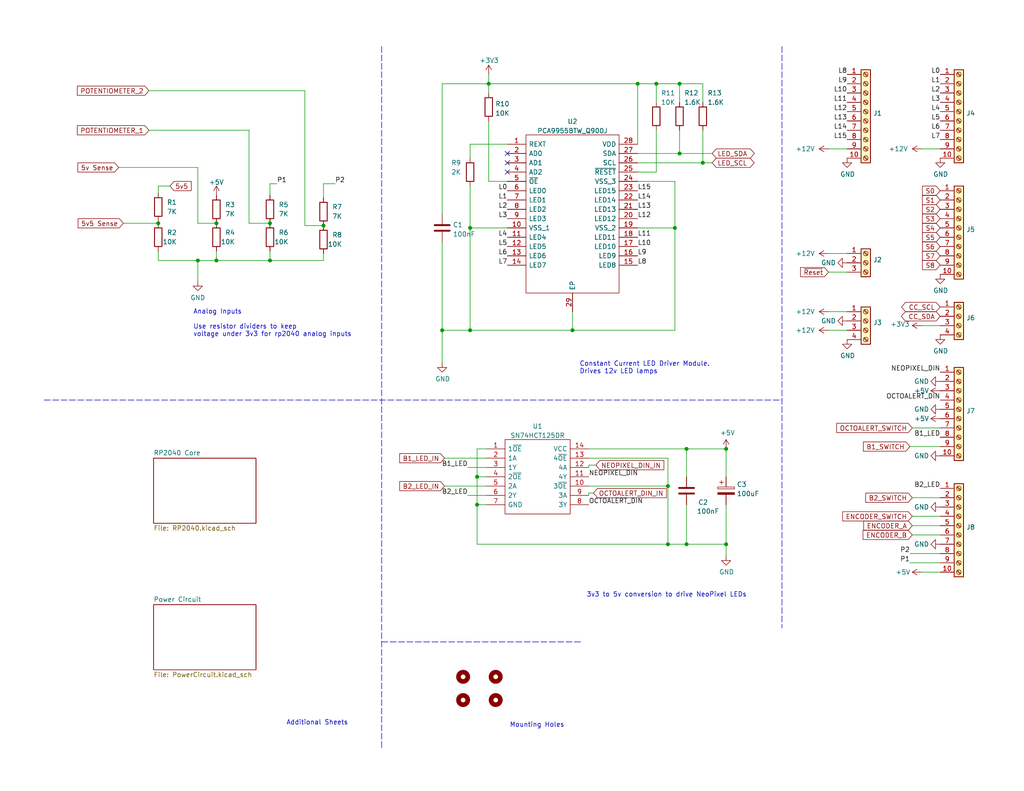
<source format=kicad_sch>
(kicad_sch (version 20211123) (generator eeschema)
  (paper "A")
  (title_block (title "GUP Control Board") (date "2022-08-08") (rev "v3"))
  (lib_symbols
    (symbol "Connector:Screw_Terminal_01x03" (pin_names (offset 1.016) hide)
      (property "Reference" "J" (at 0 5.08 0))
      (property "Value" "Screw_Terminal_01x03" (at 0 -5.08 0))
      (symbol "Screw_Terminal_01x03_1_1"
        (rectangle (start -1.27 3.81) (end 1.27 -3.81) (stroke (width 0.254)) (fill (type background)))
        (circle (center 0 -2.54) (radius 0.635) (stroke (width 0.1524)))
        (polyline (pts (xy -0.5334 -2.2098) (xy 0.3302 -3.048)) (stroke (width 0.1524)))
        (polyline (pts (xy -0.5334 0.3302) (xy 0.3302 -0.508)) (stroke (width 0.1524)))
        (polyline (pts (xy -0.5334 2.8702) (xy 0.3302 2.032)) (stroke (width 0.1524)))
        (polyline (pts (xy -0.3556 -2.032) (xy 0.508 -2.8702)) (stroke (width 0.1524)))
        (polyline (pts (xy -0.3556 0.508) (xy 0.508 -0.3302)) (stroke (width 0.1524)))
        (polyline (pts (xy -0.3556 3.048) (xy 0.508 2.2098)) (stroke (width 0.1524)))
        (circle (center 0 0) (radius 0.635) (stroke (width 0.1524)))
        (circle (center 0 2.54) (radius 0.635) (stroke (width 0.1524)))
        (pin passive line (at -5.08 2.54 0) (length 3.81) (name "Pin_1") (number "1"))
        (pin passive line (at -5.08 0 0) (length 3.81) (name "Pin_2") (number "2"))
        (pin passive line (at -5.08 -2.54 0) (length 3.81) (name "Pin_3") (number "3"))
      )
    )
    (symbol "Connector:Screw_Terminal_01x04" (pin_names (offset 1.016) hide)
      (property "Reference" "J" (at 0 5.08 0))
      (property "Value" "Screw_Terminal_01x04" (at 0 -7.62 0))
      (symbol "Screw_Terminal_01x04_1_1"
        (rectangle (start -1.27 3.81) (end 1.27 -6.35) (stroke (width 0.254)) (fill (type background)))
        (circle (center 0 -5.08) (radius 0.635) (stroke (width 0.1524)))
        (circle (center 0 -2.54) (radius 0.635) (stroke (width 0.1524)))
        (polyline (pts (xy -0.5334 -4.7498) (xy 0.3302 -5.588)) (stroke (width 0.1524)))
        (polyline (pts (xy -0.5334 -2.2098) (xy 0.3302 -3.048)) (stroke (width 0.1524)))
        (polyline (pts (xy -0.5334 0.3302) (xy 0.3302 -0.508)) (stroke (width 0.1524)))
        (polyline (pts (xy -0.5334 2.8702) (xy 0.3302 2.032)) (stroke (width 0.1524)))
        (polyline (pts (xy -0.3556 -4.572) (xy 0.508 -5.4102)) (stroke (width 0.1524)))
        (polyline (pts (xy -0.3556 -2.032) (xy 0.508 -2.8702)) (stroke (width 0.1524)))
        (polyline (pts (xy -0.3556 0.508) (xy 0.508 -0.3302)) (stroke (width 0.1524)))
        (polyline (pts (xy -0.3556 3.048) (xy 0.508 2.2098)) (stroke (width 0.1524)))
        (circle (center 0 0) (radius 0.635) (stroke (width 0.1524)))
        (circle (center 0 2.54) (radius 0.635) (stroke (width 0.1524)))
        (pin passive line (at -5.08 2.54 0) (length 3.81) (name "Pin_1") (number "1"))
        (pin passive line (at -5.08 0 0) (length 3.81) (name "Pin_2") (number "2"))
        (pin passive line (at -5.08 -2.54 0) (length 3.81) (name "Pin_3") (number "3"))
        (pin passive line (at -5.08 -5.08 0) (length 3.81) (name "Pin_4") (number "4"))
      )
    )
    (symbol "Connector:Screw_Terminal_01x10" (pin_names (offset 1.016) hide)
      (property "Reference" "J" (at 0 12.7 0))
      (property "Value" "Screw_Terminal_01x10" (at 0 -15.24 0))
      (symbol "Screw_Terminal_01x10_1_1"
        (rectangle (start -1.27 11.43) (end 1.27 -13.97) (stroke (width 0.254)) (fill (type background)))
        (circle (center 0 -12.7) (radius 0.635) (stroke (width 0.1524)))
        (circle (center 0 -10.16) (radius 0.635) (stroke (width 0.1524)))
        (circle (center 0 -7.62) (radius 0.635) (stroke (width 0.1524)))
        (circle (center 0 -5.08) (radius 0.635) (stroke (width 0.1524)))
        (circle (center 0 -2.54) (radius 0.635) (stroke (width 0.1524)))
        (polyline (pts (xy -0.5334 -12.3698) (xy 0.3302 -13.208)) (stroke (width 0.1524)))
        (polyline (pts (xy -0.5334 -9.8298) (xy 0.3302 -10.668)) (stroke (width 0.1524)))
        (polyline (pts (xy -0.5334 -7.2898) (xy 0.3302 -8.128)) (stroke (width 0.1524)))
        (polyline (pts (xy -0.5334 -4.7498) (xy 0.3302 -5.588)) (stroke (width 0.1524)))
        (polyline (pts (xy -0.5334 -2.2098) (xy 0.3302 -3.048)) (stroke (width 0.1524)))
        (polyline (pts (xy -0.5334 0.3302) (xy 0.3302 -0.508)) (stroke (width 0.1524)))
        (polyline (pts (xy -0.5334 2.8702) (xy 0.3302 2.032)) (stroke (width 0.1524)))
        (polyline (pts (xy -0.5334 5.4102) (xy 0.3302 4.572)) (stroke (width 0.1524)))
        (polyline (pts (xy -0.5334 7.9502) (xy 0.3302 7.112)) (stroke (width 0.1524)))
        (polyline (pts (xy -0.5334 10.4902) (xy 0.3302 9.652)) (stroke (width 0.1524)))
        (polyline (pts (xy -0.3556 -12.192) (xy 0.508 -13.0302)) (stroke (width 0.1524)))
        (polyline (pts (xy -0.3556 -9.652) (xy 0.508 -10.4902)) (stroke (width 0.1524)))
        (polyline (pts (xy -0.3556 -7.112) (xy 0.508 -7.9502)) (stroke (width 0.1524)))
        (polyline (pts (xy -0.3556 -4.572) (xy 0.508 -5.4102)) (stroke (width 0.1524)))
        (polyline (pts (xy -0.3556 -2.032) (xy 0.508 -2.8702)) (stroke (width 0.1524)))
        (polyline (pts (xy -0.3556 0.508) (xy 0.508 -0.3302)) (stroke (width 0.1524)))
        (polyline (pts (xy -0.3556 3.048) (xy 0.508 2.2098)) (stroke (width 0.1524)))
        (polyline (pts (xy -0.3556 5.588) (xy 0.508 4.7498)) (stroke (width 0.1524)))
        (polyline (pts (xy -0.3556 8.128) (xy 0.508 7.2898)) (stroke (width 0.1524)))
        (polyline (pts (xy -0.3556 10.668) (xy 0.508 9.8298)) (stroke (width 0.1524)))
        (circle (center 0 0) (radius 0.635) (stroke (width 0.1524)))
        (circle (center 0 2.54) (radius 0.635) (stroke (width 0.1524)))
        (circle (center 0 5.08) (radius 0.635) (stroke (width 0.1524)))
        (circle (center 0 7.62) (radius 0.635) (stroke (width 0.1524)))
        (circle (center 0 10.16) (radius 0.635) (stroke (width 0.1524)))
        (pin passive line (at -5.08 10.16 0) (length 3.81) (name "Pin_1") (number "1"))
        (pin passive line (at -5.08 -12.7 0) (length 3.81) (name "Pin_10") (number "10"))
        (pin passive line (at -5.08 7.62 0) (length 3.81) (name "Pin_2") (number "2"))
        (pin passive line (at -5.08 5.08 0) (length 3.81) (name "Pin_3") (number "3"))
        (pin passive line (at -5.08 2.54 0) (length 3.81) (name "Pin_4") (number "4"))
        (pin passive line (at -5.08 0 0) (length 3.81) (name "Pin_5") (number "5"))
        (pin passive line (at -5.08 -2.54 0) (length 3.81) (name "Pin_6") (number "6"))
        (pin passive line (at -5.08 -5.08 0) (length 3.81) (name "Pin_7") (number "7"))
        (pin passive line (at -5.08 -7.62 0) (length 3.81) (name "Pin_8") (number "8"))
        (pin passive line (at -5.08 -10.16 0) (length 3.81) (name "Pin_9") (number "9"))
      )
    )
    (symbol "Device:C" (pin_numbers hide) (pin_names (offset 0.254))
      (property "Reference" "C" (at 0.635 2.54 0))
      (property "Value" "C" (at 0.635 -2.54 0))
      (symbol "C_0_1"
        (polyline (pts (xy -2.032 -0.762) (xy 2.032 -0.762)) (stroke (width 0.508)))
        (polyline (pts (xy -2.032 0.762) (xy 2.032 0.762)) (stroke (width 0.508)))
      )
      (symbol "C_1_1"
        (pin passive line (at 0 3.81 270) (length 2.794) (name "~") (number "1"))
        (pin passive line (at 0 -3.81 90) (length 2.794) (name "~") (number "2"))
      )
    )
    (symbol "Device:C_Polarized" (pin_numbers hide) (pin_names (offset 0.254))
      (property "Reference" "C" (at 0.635 2.54 0))
      (property "Value" "C_Polarized" (at 0.635 -2.54 0))
      (symbol "C_Polarized_0_1"
        (rectangle (start -2.286 0.508) (end 2.286 1.016))
        (polyline (pts (xy -1.778 2.286) (xy -0.762 2.286)))
        (polyline (pts (xy -1.27 2.794) (xy -1.27 1.778)))
        (rectangle (start 2.286 -0.508) (end -2.286 -1.016) (fill (type outline)))
      )
      (symbol "C_Polarized_1_1"
        (pin passive line (at 0 3.81 270) (length 2.794) (name "~") (number "1"))
        (pin passive line (at 0 -3.81 90) (length 2.794) (name "~") (number "2"))
      )
    )
    (symbol "Device:R" (pin_numbers hide) (pin_names (offset 0))
      (property "Reference" "R" (at 2.032 0 90))
      (property "Value" "R" (at 0 0 90))
      (symbol "R_0_1"
        (rectangle (start -1.016 -2.54) (end 1.016 2.54) (stroke (width 0.254)))
      )
      (symbol "R_1_1"
        (pin passive line (at 0 3.81 270) (length 1.27) (name "~") (number "1"))
        (pin passive line (at 0 -3.81 90) (length 1.27) (name "~") (number "2"))
      )
    )
    (symbol "Mechanical:MountingHole" (pin_names (offset 1.016))
      (property "Reference" "H" (at 0 5.08 0))
      (property "Value" "MountingHole" (at 0 3.175 0))
      (symbol "MountingHole_0_1"
        (circle (center 0 0) (radius 1.27) (stroke (width 1.27)))
      )
    )
    (symbol "SamacSys_Parts:PCA9955BTW_Q900J" (pin_names (offset 0.762))
      (property "Reference" "IC" (at 31.75 7.62 0))
      (property "Value" "PCA9955BTW_Q900J" (at 31.75 5.08 0))
      (symbol "PCA9955BTW_Q900J_0_0"
        (pin passive line (at 0 0 0) (length 5.08) (name "REXT") (number "1"))
        (pin passive line (at 0 -22.86 0) (length 5.08) (name "VSS_1") (number "10"))
        (pin passive line (at 0 -25.4 0) (length 5.08) (name "LED4") (number "11"))
        (pin passive line (at 0 -27.94 0) (length 5.08) (name "LED5") (number "12"))
        (pin passive line (at 0 -30.48 0) (length 5.08) (name "LED6") (number "13"))
        (pin passive line (at 0 -33.02 0) (length 5.08) (name "LED7") (number "14"))
        (pin passive line (at 35.56 -33.02 180) (length 5.08) (name "LED8") (number "15"))
        (pin passive line (at 35.56 -30.48 180) (length 5.08) (name "LED9") (number "16"))
        (pin passive line (at 35.56 -27.94 180) (length 5.08) (name "LED10") (number "17"))
        (pin passive line (at 35.56 -25.4 180) (length 5.08) (name "LED11") (number "18"))
        (pin passive line (at 35.56 -22.86 180) (length 5.08) (name "VSS_2") (number "19"))
        (pin passive line (at 0 -2.54 0) (length 5.08) (name "AD0") (number "2"))
        (pin passive line (at 35.56 -20.32 180) (length 5.08) (name "LED12") (number "20"))
        (pin passive line (at 35.56 -17.78 180) (length 5.08) (name "LED13") (number "21"))
        (pin passive line (at 35.56 -15.24 180) (length 5.08) (name "LED14") (number "22"))
        (pin passive line (at 35.56 -12.7 180) (length 5.08) (name "LED15") (number "23"))
        (pin passive line (at 35.56 -10.16 180) (length 5.08) (name "VSS_3") (number "24"))
        (pin passive line (at 35.56 -7.62 180) (length 5.08) (name "~{RESET}") (number "25"))
        (pin passive line (at 35.56 -5.08 180) (length 5.08) (name "SCL") (number "26"))
        (pin passive line (at 35.56 -2.54 180) (length 5.08) (name "SDA") (number "27"))
        (pin passive line (at 35.56 0 180) (length 5.08) (name "VDD") (number "28"))
        (pin passive line (at 17.78 -45.72 90) (length 5.08) (name "EP") (number "29"))
        (pin passive line (at 0 -5.08 0) (length 5.08) (name "AD1") (number "3"))
        (pin passive line (at 0 -7.62 0) (length 5.08) (name "AD2") (number "4"))
        (pin passive line (at 0 -10.16 0) (length 5.08) (name "~{OE}") (number "5"))
        (pin passive line (at 0 -12.7 0) (length 5.08) (name "LED0") (number "6"))
        (pin passive line (at 0 -15.24 0) (length 5.08) (name "LED1") (number "7"))
        (pin passive line (at 0 -17.78 0) (length 5.08) (name "LED2") (number "8"))
        (pin passive line (at 0 -20.32 0) (length 5.08) (name "LED3") (number "9"))
      )
      (symbol "PCA9955BTW_Q900J_0_1"
        (polyline (pts (xy 5.08 2.54) (xy 30.48 2.54) (xy 30.48 -40.64) (xy 5.08 -40.64) (xy 5.08 2.54)) (stroke (width 0.1524)))
      )
    )
    (symbol "SamacSys_Parts:SN74HCT125DR" (pin_names (offset 0.762))
      (property "Reference" "IC" (at 24.13 7.62 0))
      (property "Value" "SN74HCT125DR" (at 24.13 5.08 0))
      (symbol "SN74HCT125DR_0_0"
        (pin passive line (at 0 0 0) (length 5.08) (name "1~{OE}") (number "1"))
        (pin passive line (at 27.94 -10.16 180) (length 5.08) (name "3~{OE}") (number "10"))
        (pin passive line (at 27.94 -7.62 180) (length 5.08) (name "4Y") (number "11"))
        (pin passive line (at 27.94 -5.08 180) (length 5.08) (name "4A") (number "12"))
        (pin passive line (at 27.94 -2.54 180) (length 5.08) (name "4~{OE}") (number "13"))
        (pin passive line (at 27.94 0 180) (length 5.08) (name "VCC") (number "14"))
        (pin passive line (at 0 -2.54 0) (length 5.08) (name "1A") (number "2"))
        (pin passive line (at 0 -5.08 0) (length 5.08) (name "1Y") (number "3"))
        (pin passive line (at 0 -7.62 0) (length 5.08) (name "2~{OE}") (number "4"))
        (pin passive line (at 0 -10.16 0) (length 5.08) (name "2A") (number "5"))
        (pin passive line (at 0 -12.7 0) (length 5.08) (name "2Y") (number "6"))
        (pin passive line (at 0 -15.24 0) (length 5.08) (name "GND") (number "7"))
        (pin passive line (at 27.94 -15.24 180) (length 5.08) (name "3Y") (number "8"))
        (pin passive line (at 27.94 -12.7 180) (length 5.08) (name "3A") (number "9"))
      )
      (symbol "SN74HCT125DR_0_1"
        (polyline (pts (xy 5.08 2.54) (xy 22.86 2.54) (xy 22.86 -17.78) (xy 5.08 -17.78) (xy 5.08 2.54)) (stroke (width 0.1524)))
      )
    )
    (symbol "power:+12V" (power) (pin_names (offset 0))
      (property "Value" "+12V" (at 0 3.556 0))
      (symbol "+12V_0_1"
        (polyline (pts (xy -0.762 1.27) (xy 0 2.54)))
        (polyline (pts (xy 0 0) (xy 0 2.54)))
        (polyline (pts (xy 0 2.54) (xy 0.762 1.27)))
      )
      (symbol "+12V_1_1"
        (pin power_in line (at 0 0 90) (length 0) hide (name "+12V") (number "1"))
      )
    )
    (symbol "power:+3V3" (power) (pin_names (offset 0))
      (property "Value" "+3V3" (at 0 3.556 0))
      (symbol "+3V3_0_1"
        (polyline (pts (xy -0.762 1.27) (xy 0 2.54)))
        (polyline (pts (xy 0 0) (xy 0 2.54)))
        (polyline (pts (xy 0 2.54) (xy 0.762 1.27)))
      )
      (symbol "+3V3_1_1"
        (pin power_in line (at 0 0 90) (length 0) hide (name "+3V3") (number "1"))
      )
    )
    (symbol "power:+5V" (power) (pin_names (offset 0))
      (property "Value" "+5V" (at 0 3.556 0))
      (symbol "+5V_0_1"
        (polyline (pts (xy -0.762 1.27) (xy 0 2.54)))
        (polyline (pts (xy 0 0) (xy 0 2.54)))
        (polyline (pts (xy 0 2.54) (xy 0.762 1.27)))
      )
      (symbol "+5V_1_1"
        (pin power_in line (at 0 0 90) (length 0) hide (name "+5V") (number "1"))
      )
    )
    (symbol "power:GND" (power) (pin_names (offset 0))
      (property "Value" "GND" (at 0 -3.81 0))
      (symbol "GND_0_1"
        (polyline (pts (xy 0 0) (xy 0 -1.27) (xy 1.27 -1.27) (xy 0 -2.54) (xy -1.27 -1.27) (xy 0 -1.27)))
      )
      (symbol "GND_1_1"
        (pin power_in line (at 0 0 270) (length 0) hide (name "GND") (number "1"))
      )
    )
  )
  (junction (at 185.42 22.86))
  (junction (at 191.77 44.45))
  (junction (at 73.66 60.96))
  (junction (at 130.175 137.795))
  (junction (at 179.07 22.86))
  (junction (at 173.99 22.86))
  (junction (at 187.325 148.59))
  (junction (at 182.245 148.59))
  (junction (at 198.12 122.555))
  (junction (at 198.12 148.59))
  (junction (at 182.245 132.715))
  (junction (at 59.055 71.12))
  (junction (at 130.175 130.175))
  (junction (at 184.15 62.23))
  (junction (at 187.325 122.555))
  (junction (at 128.27 90.17))
  (junction (at 43.18 60.96))
  (junction (at 73.66 71.12))
  (junction (at 59.055 60.96))
  (junction (at 156.21 90.17))
  (junction (at 88.265 61.595))
  (junction (at 133.35 22.86))
  (junction (at 53.975 71.12))
  (junction (at 120.65 90.17))
  (junction (at 128.27 62.23))
  (junction (at 185.42 41.91))
  (no_connect (at 138.43 44.45))
  (no_connect (at 138.43 41.91))
  (no_connect (at 138.43 46.99))
  (wire (pts (xy 128.27 39.37) (xy 138.43 39.37)))
  (wire (pts (xy 40.64 24.765) (xy 83.185 24.765)))
  (wire (pts (xy 132.715 137.795) (xy 130.175 137.795)))
  (wire (pts (xy 248.285 121.92) (xy 256.54 121.92)))
  (wire (pts (xy 173.99 41.91) (xy 185.42 41.91)))
  (wire (pts (xy 128.27 90.17) (xy 156.21 90.17)))
  (wire (pts (xy 179.07 22.86) (xy 179.07 27.94)))
  (wire (pts (xy 173.99 22.86) (xy 179.07 22.86)))
  (wire (pts (xy 130.175 122.555) (xy 132.715 122.555)))
  (wire (pts (xy 156.21 90.17) (xy 184.15 90.17)))
  (wire (pts (xy 226.06 40.64) (xy 231.14 40.64)))
  (wire (pts (xy 130.175 137.795) (xy 130.175 148.59)))
  (wire (pts (xy 53.975 45.72) (xy 53.975 60.96)))
  (wire (pts (xy 184.15 49.53) (xy 184.15 62.23)))
  (wire (pts (xy 156.21 85.09) (xy 156.21 90.17)))
  (wire (pts (xy 83.185 24.765) (xy 83.185 61.595)))
  (wire (pts (xy 173.99 62.23) (xy 184.15 62.23)))
  (wire (pts (xy 88.265 50.165) (xy 91.44 50.165)))
  (wire (pts (xy 248.92 116.84) (xy 256.54 116.84)))
  (wire (pts (xy 120.65 90.17) (xy 128.27 90.17)))
  (wire (pts (xy 251.46 40.64) (xy 256.54 40.64)))
  (wire (pts (xy 130.175 137.795) (xy 130.175 130.175)))
  (wire (pts (xy 128.27 50.8) (xy 128.27 62.23)))
  (wire (pts (xy 133.35 22.86) (xy 120.65 22.86)))
  (polyline (pts (xy 12.065 109.22) (xy 213.36 109.22)))
  (wire (pts (xy 226.06 69.215) (xy 231.14 69.215)))
  (wire (pts (xy 53.975 60.96) (xy 59.055 60.96)))
  (wire (pts (xy 160.655 134.62) (xy 161.925 134.62)))
  (wire (pts (xy 121.285 132.715) (xy 132.715 132.715)))
  (wire (pts (xy 248.285 151.13) (xy 256.54 151.13)))
  (wire (pts (xy 43.18 68.58) (xy 43.18 71.12)))
  (wire (pts (xy 248.92 135.89) (xy 256.54 135.89)))
  (wire (pts (xy 133.35 49.53) (xy 138.43 49.53)))
  (wire (pts (xy 40.64 35.56) (xy 67.945 35.56)))
  (wire (pts (xy 182.245 148.59) (xy 187.325 148.59)))
  (wire (pts (xy 128.27 62.23) (xy 128.27 90.17)))
  (wire (pts (xy 53.975 71.12) (xy 53.975 76.835)))
  (wire (pts (xy 121.285 125.095) (xy 132.715 125.095)))
  (wire (pts (xy 43.18 71.12) (xy 53.975 71.12)))
  (wire (pts (xy 73.66 71.12) (xy 88.265 71.12)))
  (wire (pts (xy 130.175 130.175) (xy 132.715 130.175)))
  (wire (pts (xy 88.265 53.975) (xy 88.265 50.165)))
  (wire (pts (xy 130.175 122.555) (xy 130.175 130.175)))
  (wire (pts (xy 43.18 50.8) (xy 43.18 52.705)))
  (wire (pts (xy 173.99 46.99) (xy 179.07 46.99)))
  (wire (pts (xy 187.325 122.555) (xy 198.12 122.555)))
  (wire (pts (xy 128.27 39.37) (xy 128.27 43.18)))
  (wire (pts (xy 185.42 22.86) (xy 185.42 27.94)))
  (wire (pts (xy 127.635 127.635) (xy 132.715 127.635)))
  (wire (pts (xy 191.77 22.86) (xy 191.77 27.94)))
  (wire (pts (xy 73.66 68.58) (xy 73.66 71.12)))
  (wire (pts (xy 187.325 122.555) (xy 187.325 130.175)))
  (wire (pts (xy 160.655 122.555) (xy 187.325 122.555)))
  (wire (pts (xy 160.655 127) (xy 162.56 127)))
  (wire (pts (xy 179.07 46.99) (xy 179.07 35.56)))
  (wire (pts (xy 73.66 50.165) (xy 75.565 50.165)))
  (wire (pts (xy 173.99 44.45) (xy 191.77 44.45)))
  (wire (pts (xy 128.27 62.23) (xy 138.43 62.23)))
  (wire (pts (xy 198.12 137.795) (xy 198.12 148.59)))
  (wire (pts (xy 67.945 35.56) (xy 67.945 60.96)))
  (wire (pts (xy 133.35 22.86) (xy 173.99 22.86)))
  (wire (pts (xy 251.46 156.21) (xy 256.54 156.21)))
  (wire (pts (xy 248.92 143.51) (xy 256.54 143.51)))
  (wire (pts (xy 120.65 22.86) (xy 120.65 58.42)))
  (wire (pts (xy 88.265 71.12) (xy 88.265 69.215)))
  (wire (pts (xy 33.655 60.96) (xy 43.18 60.96)))
  (wire (pts (xy 184.15 62.23) (xy 184.15 90.17)))
  (wire (pts (xy 67.945 60.96) (xy 73.66 60.96)))
  (wire (pts (xy 160.655 125.095) (xy 182.245 125.095)))
  (wire (pts (xy 53.975 71.12) (xy 59.055 71.12)))
  (wire (pts (xy 185.42 41.91) (xy 194.31 41.91)))
  (wire (pts (xy 46.355 50.8) (xy 43.18 50.8)))
  (wire (pts (xy 185.42 35.56) (xy 185.42 41.91)))
  (wire (pts (xy 133.35 20.32) (xy 133.35 22.86)))
  (wire (pts (xy 198.12 148.59) (xy 198.12 151.765)))
  (polyline (pts (xy 213.36 12.7) (xy 213.36 171.45)))
  (wire (pts (xy 59.055 68.58) (xy 59.055 71.12)))
  (wire (pts (xy 59.055 71.12) (xy 73.66 71.12)))
  (wire (pts (xy 226.06 85.09) (xy 231.14 85.09)))
  (wire (pts (xy 187.325 148.59) (xy 198.12 148.59)))
  (wire (pts (xy 173.99 22.86) (xy 173.99 39.37)))
  (wire (pts (xy 130.175 148.59) (xy 182.245 148.59)))
  (wire (pts (xy 120.65 66.04) (xy 120.65 90.17)))
  (polyline (pts (xy 104.14 12.7) (xy 104.14 204.47)))
  (wire (pts (xy 160.655 132.715) (xy 182.245 132.715)))
  (wire (pts (xy 185.42 22.86) (xy 191.77 22.86)))
  (wire (pts (xy 133.35 25.4) (xy 133.35 22.86)))
  (wire (pts (xy 251.46 88.9) (xy 256.54 88.9)))
  (wire (pts (xy 226.06 90.17) (xy 231.14 90.17)))
  (polyline (pts (xy 104.14 175.26) (xy 158.75 175.26)))
  (wire (pts (xy 120.65 90.17) (xy 120.65 99.06)))
  (wire (pts (xy 32.385 45.72) (xy 53.975 45.72)))
  (wire (pts (xy 133.35 33.02) (xy 133.35 49.53)))
  (wire (pts (xy 83.185 61.595) (xy 88.265 61.595)))
  (wire (pts (xy 179.07 22.86) (xy 185.42 22.86)))
  (wire (pts (xy 160.655 127.635) (xy 160.655 127)))
  (wire (pts (xy 127.635 135.255) (xy 132.715 135.255)))
  (wire (pts (xy 248.285 153.67) (xy 256.54 153.67)))
  (wire (pts (xy 191.77 44.45) (xy 191.77 35.56)))
  (wire (pts (xy 187.325 137.795) (xy 187.325 148.59)))
  (wire (pts (xy 182.245 132.715) (xy 182.245 148.59)))
  (wire (pts (xy 198.12 122.555) (xy 198.12 130.175)))
  (wire (pts (xy 182.245 125.095) (xy 182.245 132.715)))
  (wire (pts (xy 248.92 140.97) (xy 256.54 140.97)))
  (wire (pts (xy 248.92 146.05) (xy 256.54 146.05)))
  (wire (pts (xy 191.77 44.45) (xy 194.31 44.45)))
  (wire (pts (xy 43.18 60.325) (xy 43.18 60.96)))
  (wire (pts (xy 73.66 53.34) (xy 73.66 50.165)))
  (wire (pts (xy 226.06 74.295) (xy 231.14 74.295)))
  (wire (pts (xy 184.15 49.53) (xy 173.99 49.53)))
  (wire (pts (xy 160.655 135.255) (xy 160.655 134.62)))
  (text "3v3 to 5v conversion to drive NeoPixel LEDs" (at 160.02 163.195 0) (effects (font (size 1.27 1.27)) (justify left bottom)))
  (text "Analog Inputs\n\nUse resistor dividers to keep\nvoltage under 3v3 for rp2040 analog inputs" (at 52.705 92.075 0) (effects (font (size 1.27 1.27)) (justify left bottom)))
  (text "Constant Current LED Driver Module.\nDrives 12v LED lamps" (at 158.115 102.235 0) (effects (font (size 1.27 1.27)) (justify left bottom)))
  (text "Additional Sheets" (at 78.105 198.12 0) (effects (font (size 1.27 1.27)) (justify left bottom)))
  (text "Mounting Holes" (at 139.065 198.755 0) (effects (font (size 1.27 1.27)) (justify left bottom)))
  (label "L4" (at 138.43 64.77 180))
  (label "L0" (at 138.43 52.07 180))
  (label "L12" (at 173.99 59.69 0))
  (label "P2" (at 248.285 151.13 180))
  (label "B1_LED" (at 256.54 119.38 180))
  (label "L3" (at 256.54 27.94 180))
  (label "L11" (at 173.99 64.77 0))
  (label "L4" (at 256.54 30.48 180))
  (label "NEOPIXEL_DIN" (at 160.655 130.175 0))
  (label "OCTOALERT_DIN" (at 256.54 109.22 180))
  (label "L8" (at 173.99 72.39 0))
  (label "L2" (at 138.43 57.15 180))
  (label "L3" (at 138.43 59.69 180))
  (label "L7" (at 256.54 38.1 180))
  (label "L15" (at 173.99 52.07 0))
  (label "L10" (at 231.14 25.4 180))
  (label "L0" (at 256.54 20.32 180))
  (label "L10" (at 173.99 67.31 0))
  (label "L13" (at 231.14 33.02 180))
  (label "P2" (at 91.44 50.165 0))
  (label "B1_LED" (at 127.635 127.635 180))
  (label "NEOPIXEL_DIN" (at 256.54 101.6 180))
  (label "L15" (at 231.14 38.1 180))
  (label "L2" (at 256.54 25.4 180))
  (label "L6" (at 256.54 35.56 180))
  (label "L9" (at 231.14 22.86 180))
  (label "L1" (at 138.43 54.61 180))
  (label "B2_LED" (at 127.635 135.255 180))
  (label "B2_LED" (at 256.54 133.35 180))
  (label "L11" (at 231.14 27.94 180))
  (label "L5" (at 138.43 67.31 180))
  (label "L7" (at 138.43 72.39 180))
  (label "L9" (at 173.99 69.85 0))
  (label "OCTOALERT_DIN" (at 160.655 137.795 0))
  (label "P1" (at 75.565 50.165 0))
  (label "L14" (at 173.99 54.61 0))
  (label "L14" (at 231.14 35.56 180))
  (label "L8" (at 231.14 20.32 180))
  (label "P1" (at 248.285 153.67 180))
  (label "L12" (at 231.14 30.48 180))
  (label "L6" (at 138.43 69.85 180))
  (label "L5" (at 256.54 33.02 180))
  (label "L13" (at 173.99 57.15 0))
  (label "L1" (at 256.54 22.86 180))
  (global_label "OCTOALERT_SWITCH" (shape input) (at 248.92 116.84 180) (property "Intersheet References" "${INTERSHEET_REFS}" (effects hide)))
  (global_label "LED_SDA" (shape bidirectional) (at 194.31 41.91 0) (property "Intersheet References" "${INTERSHEET_REFS}" (effects hide)))
  (global_label "ENCODER_A" (shape input) (at 248.92 143.51 180) (property "Intersheet References" "${INTERSHEET_REFS}" (effects hide)))
  (global_label "S6" (shape input) (at 256.54 67.31 180) (property "Intersheet References" "${INTERSHEET_REFS}" (effects hide)))
  (global_label "POTENTIOMETER_2" (shape input) (at 40.64 24.765 180) (property "Intersheet References" "${INTERSHEET_REFS}" (effects hide)))
  (global_label "POTENTIOMETER_1" (shape input) (at 40.64 35.56 180) (property "Intersheet References" "${INTERSHEET_REFS}" (effects hide)))
  (global_label "B1_LED_IN" (shape input) (at 121.285 125.095 180) (property "Intersheet References" "${INTERSHEET_REFS}" (effects hide)))
  (global_label "S2" (shape input) (at 256.54 57.15 180) (property "Intersheet References" "${INTERSHEET_REFS}" (effects hide)))
  (global_label "S4" (shape input) (at 256.54 62.23 180) (property "Intersheet References" "${INTERSHEET_REFS}" (effects hide)))
  (global_label "NEOPIXEL_DIN_IN" (shape input) (at 162.56 127 0) (property "Intersheet References" "${INTERSHEET_REFS}" (effects hide)))
  (global_label "B2_SWITCH" (shape input) (at 248.92 135.89 180) (property "Intersheet References" "${INTERSHEET_REFS}" (effects hide)))
  (global_label "S8" (shape input) (at 256.54 72.39 180) (property "Intersheet References" "${INTERSHEET_REFS}" (effects hide)))
  (global_label "B1_SWITCH" (shape input) (at 248.285 121.92 180) (property "Intersheet References" "${INTERSHEET_REFS}" (effects hide)))
  (global_label "LED_SCL" (shape bidirectional) (at 194.31 44.45 0) (property "Intersheet References" "${INTERSHEET_REFS}" (effects hide)))
  (global_label "~{Reset}" (shape input) (at 226.06 74.295 180) (property "Intersheet References" "${INTERSHEET_REFS}" (effects hide)))
  (global_label "CC_SDA" (shape bidirectional) (at 256.54 86.36 180) (property "Intersheet References" "${INTERSHEET_REFS}" (effects hide)))
  (global_label "S5" (shape input) (at 256.54 64.77 180) (property "Intersheet References" "${INTERSHEET_REFS}" (effects hide)))
  (global_label "S0" (shape input) (at 256.54 52.07 180) (property "Intersheet References" "${INTERSHEET_REFS}" (effects hide)))
  (global_label "5v Sense" (shape input) (at 32.385 45.72 180) (property "Intersheet References" "${INTERSHEET_REFS}" (effects hide)))
  (global_label "B2_LED_IN" (shape input) (at 121.285 132.715 180) (property "Intersheet References" "${INTERSHEET_REFS}" (effects hide)))
  (global_label "OCTOALERT_DIN_IN" (shape input) (at 161.925 134.62 0) (property "Intersheet References" "${INTERSHEET_REFS}" (effects hide)))
  (global_label "ENCODER_B" (shape input) (at 248.92 146.05 180) (property "Intersheet References" "${INTERSHEET_REFS}" (effects hide)))
  (global_label "S3" (shape input) (at 256.54 59.69 180) (property "Intersheet References" "${INTERSHEET_REFS}" (effects hide)))
  (global_label "5v5 Sense" (shape input) (at 33.655 60.96 180) (property "Intersheet References" "${INTERSHEET_REFS}" (effects hide)))
  (global_label "CC_SCL" (shape bidirectional) (at 256.54 83.82 180) (property "Intersheet References" "${INTERSHEET_REFS}" (effects hide)))
  (global_label "S1" (shape input) (at 256.54 54.61 180) (property "Intersheet References" "${INTERSHEET_REFS}" (effects hide)))
  (global_label "S7" (shape input) (at 256.54 69.85 180) (property "Intersheet References" "${INTERSHEET_REFS}" (effects hide)))
  (global_label "5v5" (shape input) (at 46.355 50.8 0) (property "Intersheet References" "${INTERSHEET_REFS}" (effects hide)))
  (global_label "ENCODER_SWITCH" (shape input) (at 248.92 140.97 180) (property "Intersheet References" "${INTERSHEET_REFS}" (effects hide)))
  (symbol (lib_id "power:+5V") (at 198.12 122.555 0) (unit 1)
    (property "Reference" "#PWR05" (effects hide))
    (property "Value" "+5V" (at 198.501 118.1608 0))
  )
  (symbol (lib_id "power:GND") (at 198.12 151.765 0) (unit 1)
    (property "Reference" "#PWR06" (effects hide))
    (property "Value" "GND" (at 198.247 156.1592 0))
  )
  (symbol (lib_id "Device:C") (at 187.325 133.985 0) (unit 1)
    (property "Reference" "C2" (at 190.5 137.16 0) (effects (justify left)))
    (property "Value" "100nF" (at 190.119 139.5984 0) (effects (justify left)))
    (property "Footprint" "Capacitor_SMD:C_1206_3216Metric_Pad1.33x1.80mm_HandSolder" (effects hide))
  )
  (symbol (lib_id "Mechanical:MountingHole") (at 126.365 184.785 0) (unit 1)
    (property "Reference" "H1" (effects hide))
    (property "Value" "M2.5" (effects hide))
    (property "Footprint" "MountingHole:MountingHole_2.7mm_M2.5_DIN965_Pad" (effects hide))
  )
  (symbol (lib_id "Mechanical:MountingHole") (at 135.255 184.785 270) (unit 1)
    (property "Reference" "H3" (effects hide))
    (property "Value" "M2.5" (effects hide))
    (property "Footprint" "MountingHole:MountingHole_2.7mm_M2.5_DIN965_Pad" (effects hide))
  )
  (symbol (lib_id "Mechanical:MountingHole") (at 126.365 191.135 0) (unit 1)
    (property "Reference" "H2" (effects hide))
    (property "Value" "M2.5" (effects hide))
    (property "Footprint" "MountingHole:MountingHole_2.7mm_M2.5_DIN965_Pad" (effects hide))
  )
  (symbol (lib_id "Mechanical:MountingHole") (at 135.255 191.135 0) (unit 1)
    (property "Reference" "H4" (effects hide))
    (property "Value" "M2.5" (effects hide))
    (property "Footprint" "MountingHole:MountingHole_2.7mm_M2.5_DIN965_Pad" (effects hide))
  )
  (symbol (lib_id "power:GND") (at 256.54 124.46 270) (unit 1)
    (property "Reference" "#PWR025" (effects hide))
    (property "Value" "GND" (at 251.46 124.46 90))
  )
  (symbol (lib_id "power:+12V") (at 251.46 40.64 90) (unit 1)
    (property "Reference" "#PWR015" (effects hide))
    (property "Value" "+12V" (at 245.11 40.64 90))
  )
  (symbol (lib_id "power:+12V") (at 226.06 40.64 90) (unit 1)
    (property "Reference" "#PWR07" (effects hide))
    (property "Value" "+12V" (at 219.71 40.64 90))
  )
  (symbol (lib_id "power:+12V") (at 226.06 69.215 90) (unit 1)
    (property "Reference" "#PWR08" (effects hide))
    (property "Value" "+12V" (at 219.71 69.215 90))
  )
  (symbol (lib_id "power:GND") (at 256.54 43.18 0) (unit 1)
    (property "Reference" "#PWR018" (effects hide))
    (property "Value" "GND" (at 256.667 47.5742 0))
  )
  (symbol (lib_id "Connector:Screw_Terminal_01x10") (at 261.62 143.51 0) (unit 1)
    (property "Reference" "J8" (at 263.652 143.9453 0) (effects (justify left)))
    (property "Value" "Screw_Terminal_01x10" (effects hide))
    (property "Footprint" "SamacSys_Parts:CUI_TB002-500-10BE" (effects hide))
  )
  (symbol (lib_id "Device:R") (at 133.35 29.21 0) (unit 1)
    (property "Reference" "R10" (at 135.128 28.3753 0) (effects (justify left)))
    (property "Value" "10K" (at 135.128 30.9122 0) (effects (justify left)))
    (property "Footprint" "Resistor_SMD:R_1206_3216Metric_Pad1.30x1.75mm_HandSolder" (effects hide))
  )
  (symbol (lib_id "Device:R") (at 59.055 64.77 180) (unit 1)
    (property "Reference" "R4" (at 64.135 63.5 0) (effects (justify left)))
    (property "Value" "10K" (at 64.135 66.04 0) (effects (justify left)))
    (property "Footprint" "Resistor_SMD:R_1206_3216Metric_Pad1.30x1.75mm_HandSolder" (effects hide))
  )
  (symbol (lib_id "power:GND") (at 231.14 92.71 0) (unit 1)
    (property "Reference" "#PWR014" (effects hide))
    (property "Value" "GND" (at 231.267 97.1042 0))
  )
  (symbol (lib_id "Device:R") (at 43.18 56.515 180) (unit 1)
    (property "Reference" "R1" (at 48.26 55.245 0) (effects (justify left)))
    (property "Value" "7K" (at 48.26 57.785 0) (effects (justify left)))
    (property "Footprint" "Resistor_SMD:R_1206_3216Metric_Pad1.30x1.75mm_HandSolder" (effects hide))
  )
  (symbol (lib_id "power:GND") (at 53.975 76.835 0) (mirror y) (unit 1)
    (property "Reference" "#PWR01" (effects hide))
    (property "Value" "GND" (at 53.975 81.2784 0))
  )
  (symbol (lib_id "power:GND") (at 256.54 91.44 0) (unit 1)
    (property "Reference" "#PWR020" (effects hide))
    (property "Value" "GND" (at 256.667 95.8342 0))
  )
  (symbol (lib_id "Connector:Screw_Terminal_01x04") (at 261.62 86.36 0) (unit 1)
    (property "Reference" "J6" (at 263.652 86.7953 0) (effects (justify left)))
    (property "Value" "Screw_Terminal_01x04" (effects hide))
    (property "Footprint" "SamacSys_Parts:CUI_TB002-500-04BE" (effects hide))
  )
  (symbol (lib_id "SamacSys_Parts:PCA9955BTW_Q900J") (at 138.43 39.37 0) (unit 1)
    (property "Reference" "U2" (at 156.21 33.181 0))
    (property "Value" "PCA9955BTW_Q900J" (at 156.21 35.7179 0))
    (property "Footprint" "SamacSys_Parts:SOP65P640X110-29N_thermal_vias" (effects hide))
    (property "Datasheet" "http://www.nxp.com/docs/en/data-sheet/PCA9955B.pdf" (effects hide))
    (property "Description" "LED Lighting Drivers 16-Channel Constant Current LED Driver" (effects hide))
    (property "Height" "1.1" (effects hide))
    (property "Mouser Part Number" "771-PCA9955BTW/Q900J" (effects hide))
    (property "Mouser Price/Stock" "https://www.mouser.co.uk/ProductDetail/NXP-Semiconductors/PCA9955BTW-Q900J?qs=d7b8vw%252BBfo28t7ecsL9z6g%3D%3D" (effects hide))
    (property "Manufacturer_Name" "NXP" (effects hide))
    (property "Manufacturer_Part_Number" "PCA9955BTW/Q900J" (effects hide))
  )
  (symbol (lib_id "power:+3V3") (at 251.46 88.9 90) (unit 1)
    (property "Reference" "#PWR016" (effects hide))
    (property "Value" "+3V3" (at 248.2088 88.519 90) (effects (justify left)))
  )
  (symbol (lib_id "power:GND") (at 120.65 99.06 0) (unit 1)
    (property "Reference" "#PWR03" (effects hide))
    (property "Value" "GND" (at 120.777 103.4542 0))
  )
  (symbol (lib_id "power:GND") (at 231.14 43.18 0) (unit 1)
    (property "Reference" "#PWR011" (effects hide))
    (property "Value" "GND" (at 231.267 47.5742 0))
  )
  (symbol (lib_id "Device:R") (at 73.66 57.15 180) (unit 1)
    (property "Reference" "R5" (at 78.74 55.88 0) (effects (justify left)))
    (property "Value" "7K" (at 78.74 58.42 0) (effects (justify left)))
    (property "Footprint" "Resistor_SMD:R_1206_3216Metric_Pad1.30x1.75mm_HandSolder" (effects hide))
  )
  (symbol (lib_id "Connector:Screw_Terminal_01x10") (at 261.62 62.23 0) (unit 1)
    (property "Reference" "J5" (at 263.652 62.6653 0) (effects (justify left)))
    (property "Value" "Screw_Terminal_01x10" (effects hide))
    (property "Footprint" "SamacSys_Parts:CUI_TB002-500-10BE" (effects hide))
  )
  (symbol (lib_id "Device:C") (at 120.65 62.23 0) (unit 1)
    (property "Reference" "C1" (at 123.571 61.3953 0) (effects (justify left)))
    (property "Value" "100nF" (at 123.571 63.9322 0) (effects (justify left)))
    (property "Footprint" "Capacitor_SMD:C_1206_3216Metric_Pad1.33x1.80mm_HandSolder" (effects hide))
  )
  (symbol (lib_id "power:+12V") (at 226.06 85.09 90) (unit 1)
    (property "Reference" "#PWR09" (effects hide))
    (property "Value" "+12V" (at 219.71 85.09 90))
  )
  (symbol (lib_id "Device:R") (at 73.66 64.77 180) (unit 1)
    (property "Reference" "R6" (at 78.74 63.5 0) (effects (justify left)))
    (property "Value" "10K" (at 78.74 66.04 0) (effects (justify left)))
    (property "Footprint" "Resistor_SMD:R_1206_3216Metric_Pad1.30x1.75mm_HandSolder" (effects hide))
  )
  (symbol (lib_id "power:GND") (at 231.14 87.63 270) (unit 1)
    (property "Reference" "#PWR013" (effects hide))
    (property "Value" "GND" (at 226.06 87.63 90))
  )
  (symbol (lib_id "power:+5V") (at 59.055 53.34 0) (unit 1)
    (property "Reference" "#PWR02" (effects hide))
    (property "Value" "+5V" (at 59.055 49.7642 0))
  )
  (symbol (lib_id "Device:R") (at 128.27 46.99 180) (unit 1)
    (property "Reference" "R9" (at 124.46 44.45 0))
    (property "Value" "2K" (at 124.46 46.99 0))
    (property "Footprint" "Resistor_SMD:R_1206_3216Metric_Pad1.30x1.75mm_HandSolder" (effects hide))
  )
  (symbol (lib_id "Device:R") (at 185.42 31.75 0) (unit 1)
    (property "Reference" "R12" (at 186.69 25.4031 0) (effects (justify left)))
    (property "Value" "1.6K" (at 186.69 27.94 0) (effects (justify left)))
    (property "Footprint" "Resistor_SMD:R_1206_3216Metric_Pad1.30x1.75mm_HandSolder" (effects hide))
  )
  (symbol (lib_id "Connector:Screw_Terminal_01x03") (at 236.22 71.755 0) (unit 1)
    (property "Reference" "J2" (at 238.252 70.9203 0) (effects (justify left)))
    (property "Value" "Screw_Terminal_01x03" (effects hide))
    (property "Footprint" "SamacSys_Parts:CUI_TB002-500-03BE" (effects hide))
  )
  (symbol (lib_id "power:+12V") (at 226.06 90.17 90) (unit 1)
    (property "Reference" "#PWR010" (effects hide))
    (property "Value" "+12V" (at 219.71 90.17 90))
  )
  (symbol (lib_id "Connector:Screw_Terminal_01x04") (at 236.22 87.63 0) (unit 1)
    (property "Reference" "J3" (at 238.252 88.0653 0) (effects (justify left)))
    (property "Value" "Screw_Terminal_01x04" (effects hide))
    (property "Footprint" "SamacSys_Parts:CUI_TB002-500-04BE" (effects hide))
  )
  (symbol (lib_id "power:GND") (at 256.54 148.59 270) (unit 1)
    (property "Reference" "#PWR027" (effects hide))
    (property "Value" "GND" (at 251.46 148.59 90))
  )
  (symbol (lib_id "SamacSys_Parts:SN74HCT125DR") (at 132.715 122.555 0) (unit 1)
    (property "Reference" "U1" (at 146.685 116.366 0))
    (property "Value" "SN74HCT125DR" (at 146.685 118.9029 0))
    (property "Footprint" "SamacSys_Parts:SOIC127P600X175-14N" (effects hide))
    (property "Datasheet" "http://www.ti.com/lit/ds/symlink/sn74hct125.pdf" (effects hide))
    (property "Description" "Quadruple Bus Buffer Gates With 3-State Outputs" (effects hide))
    (property "Height" "1.75" (effects hide))
    (property "Mouser Part Number" "595-SN74HCT125DR" (effects hide))
    (property "Mouser Price/Stock" "https://www.mouser.co.uk/ProductDetail/Texas-Instruments/SN74HCT125DR?qs=ZA235jQDfbo70a3mvChUqw%3D%3D" (effects hide))
    (property "Manufacturer_Name" "Texas Instruments" (effects hide))
    (property "Manufacturer_Part_Number" "SN74HCT125DR" (effects hide))
  )
  (symbol (lib_id "Device:R") (at 88.265 65.405 180) (unit 1)
    (property "Reference" "R8" (at 93.345 64.135 0) (effects (justify left)))
    (property "Value" "10K" (at 93.345 66.675 0) (effects (justify left)))
    (property "Footprint" "Resistor_SMD:R_1206_3216Metric_Pad1.30x1.75mm_HandSolder" (effects hide))
  )
  (symbol (lib_id "power:GND") (at 256.54 104.14 270) (unit 1)
    (property "Reference" "#PWR021" (effects hide))
    (property "Value" "GND" (at 251.46 104.14 90))
  )
  (symbol (lib_id "Connector:Screw_Terminal_01x10") (at 261.62 30.48 0) (unit 1)
    (property "Reference" "J4" (at 263.652 30.9153 0) (effects (justify left)))
    (property "Value" "Screw_Terminal_01x10" (effects hide))
    (property "Footprint" "SamacSys_Parts:CUI_TB002-500-10BE" (effects hide))
  )
  (symbol (lib_id "Device:R") (at 179.07 31.75 0) (unit 1)
    (property "Reference" "R11" (at 180.34 25.4031 0) (effects (justify left)))
    (property "Value" "10K" (at 180.34 27.94 0) (effects (justify left)))
    (property "Footprint" "Resistor_SMD:R_1206_3216Metric_Pad1.30x1.75mm_HandSolder" (effects hide))
  )
  (symbol (lib_id "Device:R") (at 88.265 57.785 180) (unit 1)
    (property "Reference" "R7" (at 93.345 56.515 0) (effects (justify left)))
    (property "Value" "7K" (at 93.345 59.055 0) (effects (justify left)))
    (property "Footprint" "Resistor_SMD:R_1206_3216Metric_Pad1.30x1.75mm_HandSolder" (effects hide))
  )
  (symbol (lib_id "Device:R") (at 43.18 64.77 180) (unit 1)
    (property "Reference" "R2" (at 48.26 63.5 0) (effects (justify left)))
    (property "Value" "10K" (at 48.26 66.04 0) (effects (justify left)))
    (property "Footprint" "Resistor_SMD:R_1206_3216Metric_Pad1.30x1.75mm_HandSolder" (effects hide))
  )
  (symbol (lib_id "Connector:Screw_Terminal_01x10") (at 236.22 30.48 0) (unit 1)
    (property "Reference" "J1" (at 238.252 30.9153 0) (effects (justify left)))
    (property "Value" "Screw_Terminal_01x10" (effects hide))
    (property "Footprint" "SamacSys_Parts:CUI_TB002-500-10BE" (effects hide))
  )
  (symbol (lib_id "power:GND") (at 231.14 71.755 270) (unit 1)
    (property "Reference" "#PWR012" (effects hide))
    (property "Value" "GND" (at 226.06 71.755 90))
  )
  (symbol (lib_id "power:+5V") (at 256.54 106.68 90) (unit 1)
    (property "Reference" "#PWR022" (effects hide))
    (property "Value" "+5V" (at 251.46 106.68 90))
  )
  (symbol (lib_id "power:GND") (at 256.54 111.76 270) (unit 1)
    (property "Reference" "#PWR023" (effects hide))
    (property "Value" "GND" (at 251.46 111.76 90))
  )
  (symbol (lib_id "power:+5V") (at 256.54 114.3 90) (unit 1)
    (property "Reference" "#PWR024" (effects hide))
    (property "Value" "+5V" (at 251.46 114.3 90))
  )
  (symbol (lib_id "power:GND") (at 256.54 138.43 270) (unit 1)
    (property "Reference" "#PWR026" (effects hide))
    (property "Value" "GND" (at 251.46 138.43 90))
  )
  (symbol (lib_id "power:+5V") (at 251.46 156.21 90) (unit 1)
    (property "Reference" "#PWR017" (effects hide))
    (property "Value" "+5V" (at 246.38 156.21 90))
  )
  (symbol (lib_id "Device:R") (at 191.77 31.75 0) (unit 1)
    (property "Reference" "R13" (at 193.04 25.4031 0) (effects (justify left)))
    (property "Value" "1.6K" (at 193.04 27.94 0) (effects (justify left)))
    (property "Footprint" "Resistor_SMD:R_1206_3216Metric_Pad1.30x1.75mm_HandSolder" (effects hide))
  )
  (symbol (lib_id "Device:C_Polarized") (at 198.12 133.985 0) (unit 1)
    (property "Reference" "C3" (at 201.041 132.2613 0) (effects (justify left)))
    (property "Value" "100uF" (at 201.041 134.7982 0) (effects (justify left)))
    (property "Footprint" "Capacitor_SMD:C_1206_3216Metric_Pad1.33x1.80mm_HandSolder" (effects hide))
  )
  (symbol (lib_id "power:GND") (at 256.54 74.93 0) (unit 1)
    (property "Reference" "#PWR019" (effects hide))
    (property "Value" "GND" (at 256.667 79.3242 0))
  )
  (symbol (lib_id "Connector:Screw_Terminal_01x10") (at 261.62 111.76 0) (unit 1)
    (property "Reference" "J7" (at 263.652 112.1953 0) (effects (justify left)))
    (property "Value" "Screw_Terminal_01x10" (effects hide))
    (property "Footprint" "SamacSys_Parts:CUI_TB002-500-10BE" (effects hide))
  )
  (symbol (lib_id "Device:R") (at 59.055 57.15 180) (unit 1)
    (property "Reference" "R3" (at 64.135 55.88 0) (effects (justify left)))
    (property "Value" "7K" (at 64.135 58.42 0) (effects (justify left)))
    (property "Footprint" "Resistor_SMD:R_1206_3216Metric_Pad1.30x1.75mm_HandSolder" (effects hide))
  )
  (symbol (lib_id "power:+3V3") (at 133.35 20.32 0) (unit 1)
    (property "Reference" "#PWR04" (effects hide))
    (property "Value" "+3V3" (at 130.81 16.51 0) (effects (justify left)))
  )
  (sheet (at 41.91 125.095) (size 27.94 17.78) (stroke (width 0.1524))
    (property "Sheet name" "RP2040 Core" (at 41.91 124.3834 0) (effects (justify left bottom)))
    (property "Sheet file" "RP2040.kicad_sch" (at 41.91 143.4596 0) (effects (justify left top)))
  )
  (sheet (at 41.91 165.1) (size 27.94 17.78) (stroke (width 0.1524))
    (property "Sheet name" "Power Circuit" (at 41.91 164.3884 0) (effects (justify left bottom)))
    (property "Sheet file" "PowerCircuit.kicad_sch" (at 41.91 183.4646 0) (effects (justify left top)))
  )
)
</source>
